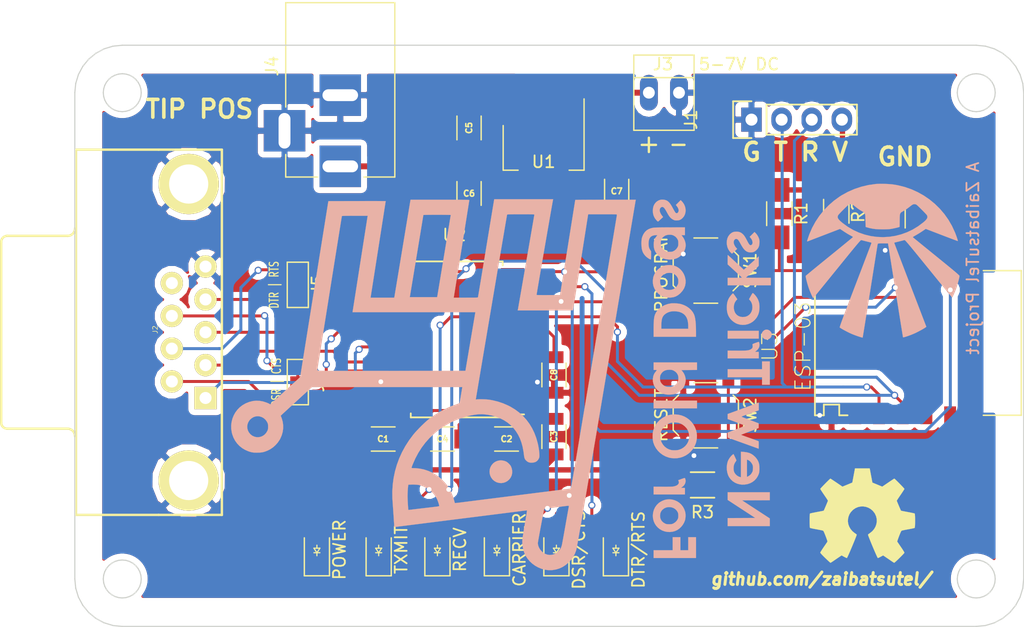
<source format=kicad_pcb>
(kicad_pcb (version 4) (host pcbnew 4.0.5+dfsg1-4)
  (layers (0 F.Cu signal) (31 B.Cu signal) (34 B.Paste user) (35 F.Paste user) (36 B.SilkS user) (37 F.SilkS user) (38 B.Mask user) (39 F.Mask user) (44 Edge.Cuts user))
  (net 0 "")
  (net 1 VCC)
  (net 2 GND)
  (net 3 "Net-(C2-Pad1)")
  (net 4 "Net-(C2-Pad2)")
  (net 5 "Net-(C3-Pad1)")
  (net 6 "Net-(C4-Pad1)")
  (net 7 "Net-(C4-Pad2)")
  (net 8 VIN)
  (net 9 "Net-(C8-Pad2)")
  (net 10 /TX)
  (net 11 /RX)
  (net 12 /DCD)
  (net 13 /RTS)
  (net 14 /DTE_DCD)
  (net 15 /DTE_RX)
  (net 16 /DTE_TX)
  (net 17 /DTE_DTR)
  (net 18 "Net-(J2-Pad9)")
  (net 19 /PROGRAM)
  (net 20 "Net-(R2-Pad2)")
  (net 21 "Net-(U3-Pad7)")
  (net 22 "Net-(U3-Pad5)")
  (net 23 "Net-(U3-Pad2)")
  (net 24 /CTS)
  (net 25 /CTL_IN)
  (net 26 /DTE_DSR)
  (net 27 /CTL_OUT)
  (net 28 /RESET)
  (module ntfod:DP8049 (layer F.Cu) (at 97 73.8)
    (fp_text reference "" (at 0 0) (layer F.SilkS))
    (fp_text value "" (at 0 0) (layer F.SilkS))
    (fp_line (start 76.7803 0.076859) (end 77.5307 0.304474) (layer Edge.Cuts) (width 0.1))
    (fp_line (start 77.5307 0.304474) (end 78.2223 0.674118) (layer Edge.Cuts) (width 0.1))
    (fp_line (start 78.2223 0.674118) (end 78.8284 1.17157) (layer Edge.Cuts) (width 0.1))
    (fp_line (start 78.8284 1.17157) (end 79.3259 1.77771) (layer Edge.Cuts) (width 0.1))
    (fp_line (start 79.3259 1.77771) (end 79.6955 2.46925) (layer Edge.Cuts) (width 0.1))
    (fp_line (start 79.6955 2.46925) (end 79.9231 3.21964) (layer Edge.Cuts) (width 0.1))
    (fp_line (start 79.9231 3.21964) (end 80 4) (layer Edge.Cuts) (width 0.1))
    (fp_line (start 80 4) (end 80 45) (layer Edge.Cuts) (width 0.1))
    (fp_line (start 80 45) (end 79.9231 45.7803) (layer Edge.Cuts) (width 0.1))
    (fp_line (start 79.9231 45.7803) (end 79.6955 46.5307) (layer Edge.Cuts) (width 0.1))
    (fp_line (start 79.6955 46.5307) (end 79.3259 47.2223) (layer Edge.Cuts) (width 0.1))
    (fp_line (start 79.3259 47.2223) (end 78.8284 47.8284) (layer Edge.Cuts) (width 0.1))
    (fp_line (start 78.8284 47.8284) (end 78.2223 48.3259) (layer Edge.Cuts) (width 0.1))
    (fp_line (start 78.2223 48.3259) (end 77.5307 48.6955) (layer Edge.Cuts) (width 0.1))
    (fp_line (start 77.5307 48.6955) (end 76.7803 48.9231) (layer Edge.Cuts) (width 0.1))
    (fp_line (start 76.7803 48.9231) (end 76 49) (layer Edge.Cuts) (width 0.1))
    (fp_line (start 76 49) (end 4 49) (layer Edge.Cuts) (width 0.1))
    (fp_line (start 4 49) (end 3.21964 48.9231) (layer Edge.Cuts) (width 0.1))
    (fp_line (start 3.21964 48.9231) (end 2.46925 48.6955) (layer Edge.Cuts) (width 0.1))
    (fp_line (start 2.46925 48.6955) (end 1.77771 48.3259) (layer Edge.Cuts) (width 0.1))
    (fp_line (start 1.77771 48.3259) (end 1.17157 47.8284) (layer Edge.Cuts) (width 0.1))
    (fp_line (start 1.17157 47.8284) (end 0.674118 47.2223) (layer Edge.Cuts) (width 0.1))
    (fp_line (start 0.674118 47.2223) (end 0.304474 46.5307) (layer Edge.Cuts) (width 0.1))
    (fp_line (start 0.304474 46.5307) (end 0.076859 45.7803) (layer Edge.Cuts) (width 0.1))
    (fp_line (start 0.076859 45.7803) (end 0 45) (layer Edge.Cuts) (width 0.1))
    (fp_line (start 0 45) (end 0 4) (layer Edge.Cuts) (width 0.1))
    (fp_line (start 0 4) (end 0.076859 3.21964) (layer Edge.Cuts) (width 0.1))
    (fp_line (start 0.076859 3.21964) (end 0.304474 2.46925) (layer Edge.Cuts) (width 0.1))
    (fp_line (start 0.304474 2.46925) (end 0.674118 1.77771) (layer Edge.Cuts) (width 0.1))
    (fp_line (start 0.674118 1.77771) (end 1.17157 1.17157) (layer Edge.Cuts) (width 0.1))
    (fp_line (start 1.17157 1.17157) (end 1.77771 0.674118) (layer Edge.Cuts) (width 0.1))
    (fp_line (start 1.77771 0.674118) (end 2.46925 0.304474) (layer Edge.Cuts) (width 0.1))
    (fp_line (start 2.46925 0.304474) (end 3.21964 0.076859) (layer Edge.Cuts) (width 0.1))
    (fp_line (start 3.21964 0.076859) (end 3.99998 0) (layer Edge.Cuts) (width 0.1))
    (fp_line (start 3.99998 0) (end 76 0) (layer Edge.Cuts) (width 0.1))
    (fp_line (start 76 0) (end 76.7803 0.076859) (layer Edge.Cuts) (width 0.1))
    (fp_line (start 3.68785 43.4307) (end 3.3877 43.5218) (layer Edge.Cuts) (width 0.1))
    (fp_line (start 3.3877 43.5218) (end 3.11108 43.6696) (layer Edge.Cuts) (width 0.1))
    (fp_line (start 3.11108 43.6696) (end 2.86862 43.8686) (layer Edge.Cuts) (width 0.1))
    (fp_line (start 2.86862 43.8686) (end 2.66965 44.1111) (layer Edge.Cuts) (width 0.1))
    (fp_line (start 2.66965 44.1111) (end 2.52179 44.3877) (layer Edge.Cuts) (width 0.1))
    (fp_line (start 2.52179 44.3877) (end 2.43074 44.6879) (layer Edge.Cuts) (width 0.1))
    (fp_line (start 2.43074 44.6879) (end 2.39999 45) (layer Edge.Cuts) (width 0.1))
    (fp_line (start 2.39999 45) (end 2.43074 45.3121) (layer Edge.Cuts) (width 0.1))
    (fp_line (start 2.43074 45.3121) (end 2.52179 45.6123) (layer Edge.Cuts) (width 0.1))
    (fp_line (start 2.52179 45.6123) (end 2.66965 45.8889) (layer Edge.Cuts) (width 0.1))
    (fp_line (start 2.66965 45.8889) (end 2.86862 46.1314) (layer Edge.Cuts) (width 0.1))
    (fp_line (start 2.86862 46.1314) (end 3.11108 46.3303) (layer Edge.Cuts) (width 0.1))
    (fp_line (start 3.11108 46.3303) (end 3.3877 46.4782) (layer Edge.Cuts) (width 0.1))
    (fp_line (start 3.3877 46.4782) (end 3.68785 46.5692) (layer Edge.Cuts) (width 0.1))
    (fp_line (start 3.68785 46.5692) (end 4 46.6) (layer Edge.Cuts) (width 0.1))
    (fp_line (start 4 46.6) (end 4.31213 46.5692) (layer Edge.Cuts) (width 0.1))
    (fp_line (start 4.31213 46.5692) (end 4.61229 46.4782) (layer Edge.Cuts) (width 0.1))
    (fp_line (start 4.61229 46.4782) (end 4.8889 46.3303) (layer Edge.Cuts) (width 0.1))
    (fp_line (start 4.8889 46.3303) (end 5.13136 46.1314) (layer Edge.Cuts) (width 0.1))
    (fp_line (start 5.13136 46.1314) (end 5.33034 45.8889) (layer Edge.Cuts) (width 0.1))
    (fp_line (start 5.33034 45.8889) (end 5.4782 45.6123) (layer Edge.Cuts) (width 0.1))
    (fp_line (start 5.4782 45.6123) (end 5.56924 45.3121) (layer Edge.Cuts) (width 0.1))
    (fp_line (start 5.56924 45.3121) (end 5.59999 45) (layer Edge.Cuts) (width 0.1))
    (fp_line (start 5.59999 45) (end 5.56924 44.6879) (layer Edge.Cuts) (width 0.1))
    (fp_line (start 5.56924 44.6879) (end 5.4782 44.3877) (layer Edge.Cuts) (width 0.1))
    (fp_line (start 5.4782 44.3877) (end 5.33034 44.1111) (layer Edge.Cuts) (width 0.1))
    (fp_line (start 5.33034 44.1111) (end 5.13136 43.8686) (layer Edge.Cuts) (width 0.1))
    (fp_line (start 5.13136 43.8686) (end 4.8889 43.6696) (layer Edge.Cuts) (width 0.1))
    (fp_line (start 4.8889 43.6696) (end 4.61229 43.5218) (layer Edge.Cuts) (width 0.1))
    (fp_line (start 4.61229 43.5218) (end 4.31213 43.4307) (layer Edge.Cuts) (width 0.1))
    (fp_line (start 4.31213 43.4307) (end 3.99998 43.4) (layer Edge.Cuts) (width 0.1))
    (fp_line (start 3.99998 43.4) (end 3.68785 43.4307) (layer Edge.Cuts) (width 0.1))
    (fp_line (start 75.6879 43.4307) (end 75.3877 43.5218) (layer Edge.Cuts) (width 0.1))
    (fp_line (start 75.3877 43.5218) (end 75.1111 43.6696) (layer Edge.Cuts) (width 0.1))
    (fp_line (start 75.1111 43.6696) (end 74.8686 43.8686) (layer Edge.Cuts) (width 0.1))
    (fp_line (start 74.8686 43.8686) (end 74.6696 44.1111) (layer Edge.Cuts) (width 0.1))
    (fp_line (start 74.6696 44.1111) (end 74.5218 44.3877) (layer Edge.Cuts) (width 0.1))
    (fp_line (start 74.5218 44.3877) (end 74.4307 44.6879) (layer Edge.Cuts) (width 0.1))
    (fp_line (start 74.4307 44.6879) (end 74.4 45) (layer Edge.Cuts) (width 0.1))
    (fp_line (start 74.4 45) (end 74.4307 45.3121) (layer Edge.Cuts) (width 0.1))
    (fp_line (start 74.4307 45.3121) (end 74.5218 45.6123) (layer Edge.Cuts) (width 0.1))
    (fp_line (start 74.5218 45.6123) (end 74.6696 45.8889) (layer Edge.Cuts) (width 0.1))
    (fp_line (start 74.6696 45.8889) (end 74.8686 46.1314) (layer Edge.Cuts) (width 0.1))
    (fp_line (start 74.8686 46.1314) (end 75.1111 46.3303) (layer Edge.Cuts) (width 0.1))
    (fp_line (start 75.1111 46.3303) (end 75.3877 46.4782) (layer Edge.Cuts) (width 0.1))
    (fp_line (start 75.3877 46.4782) (end 75.6879 46.5692) (layer Edge.Cuts) (width 0.1))
    (fp_line (start 75.6879 46.5692) (end 76 46.6) (layer Edge.Cuts) (width 0.1))
    (fp_line (start 76 46.6) (end 76.3121 46.5692) (layer Edge.Cuts) (width 0.1))
    (fp_line (start 76.3121 46.5692) (end 76.6123 46.4782) (layer Edge.Cuts) (width 0.1))
    (fp_line (start 76.6123 46.4782) (end 76.8889 46.3303) (layer Edge.Cuts) (width 0.1))
    (fp_line (start 76.8889 46.3303) (end 77.1314 46.1314) (layer Edge.Cuts) (width 0.1))
    (fp_line (start 77.1314 46.1314) (end 77.3303 45.8889) (layer Edge.Cuts) (width 0.1))
    (fp_line (start 77.3303 45.8889) (end 77.4782 45.6123) (layer Edge.Cuts) (width 0.1))
    (fp_line (start 77.4782 45.6123) (end 77.5692 45.3121) (layer Edge.Cuts) (width 0.1))
    (fp_line (start 77.5692 45.3121) (end 77.6 45) (layer Edge.Cuts) (width 0.1))
    (fp_line (start 77.6 45) (end 77.5692 44.6879) (layer Edge.Cuts) (width 0.1))
    (fp_line (start 77.5692 44.6879) (end 77.4782 44.3877) (layer Edge.Cuts) (width 0.1))
    (fp_line (start 77.4782 44.3877) (end 77.3303 44.1111) (layer Edge.Cuts) (width 0.1))
    (fp_line (start 77.3303 44.1111) (end 77.1314 43.8686) (layer Edge.Cuts) (width 0.1))
    (fp_line (start 77.1314 43.8686) (end 76.8889 43.6696) (layer Edge.Cuts) (width 0.1))
    (fp_line (start 76.8889 43.6696) (end 76.6123 43.5218) (layer Edge.Cuts) (width 0.1))
    (fp_line (start 76.6123 43.5218) (end 76.3121 43.4307) (layer Edge.Cuts) (width 0.1))
    (fp_line (start 76.3121 43.4307) (end 76 43.4) (layer Edge.Cuts) (width 0.1))
    (fp_line (start 76 43.4) (end 75.6879 43.4307) (layer Edge.Cuts) (width 0.1))
    (fp_line (start 3.68785 2.43074) (end 3.3877 2.52179) (layer Edge.Cuts) (width 0.1))
    (fp_line (start 3.3877 2.52179) (end 3.11108 2.66965) (layer Edge.Cuts) (width 0.1))
    (fp_line (start 3.11108 2.66965) (end 2.86862 2.86862) (layer Edge.Cuts) (width 0.1))
    (fp_line (start 2.86862 2.86862) (end 2.66965 3.11108) (layer Edge.Cuts) (width 0.1))
    (fp_line (start 2.66965 3.11108) (end 2.52179 3.3877) (layer Edge.Cuts) (width 0.1))
    (fp_line (start 2.52179 3.3877) (end 2.43074 3.68785) (layer Edge.Cuts) (width 0.1))
    (fp_line (start 2.43074 3.68785) (end 2.39999 4) (layer Edge.Cuts) (width 0.1))
    (fp_line (start 2.39999 4) (end 2.43074 4.31213) (layer Edge.Cuts) (width 0.1))
    (fp_line (start 2.43074 4.31213) (end 2.52179 4.61229) (layer Edge.Cuts) (width 0.1))
    (fp_line (start 2.52179 4.61229) (end 2.66965 4.8889) (layer Edge.Cuts) (width 0.1))
    (fp_line (start 2.66965 4.8889) (end 2.86862 5.13136) (layer Edge.Cuts) (width 0.1))
    (fp_line (start 2.86862 5.13136) (end 3.11108 5.33034) (layer Edge.Cuts) (width 0.1))
    (fp_line (start 3.11108 5.33034) (end 3.3877 5.4782) (layer Edge.Cuts) (width 0.1))
    (fp_line (start 3.3877 5.4782) (end 3.68785 5.56924) (layer Edge.Cuts) (width 0.1))
    (fp_line (start 3.68785 5.56924) (end 4 5.59999) (layer Edge.Cuts) (width 0.1))
    (fp_line (start 4 5.59999) (end 4.31213 5.56924) (layer Edge.Cuts) (width 0.1))
    (fp_line (start 4.31213 5.56924) (end 4.61229 5.4782) (layer Edge.Cuts) (width 0.1))
    (fp_line (start 4.61229 5.4782) (end 4.8889 5.33034) (layer Edge.Cuts) (width 0.1))
    (fp_line (start 4.8889 5.33034) (end 5.13136 5.13136) (layer Edge.Cuts) (width 0.1))
    (fp_line (start 5.13136 5.13136) (end 5.33034 4.8889) (layer Edge.Cuts) (width 0.1))
    (fp_line (start 5.33034 4.8889) (end 5.4782 4.61229) (layer Edge.Cuts) (width 0.1))
    (fp_line (start 5.4782 4.61229) (end 5.56924 4.31213) (layer Edge.Cuts) (width 0.1))
    (fp_line (start 5.56924 4.31213) (end 5.59999 4) (layer Edge.Cuts) (width 0.1))
    (fp_line (start 5.59999 4) (end 5.56924 3.68785) (layer Edge.Cuts) (width 0.1))
    (fp_line (start 5.56924 3.68785) (end 5.4782 3.3877) (layer Edge.Cuts) (width 0.1))
    (fp_line (start 5.4782 3.3877) (end 5.33034 3.11108) (layer Edge.Cuts) (width 0.1))
    (fp_line (start 5.33034 3.11108) (end 5.13136 2.86862) (layer Edge.Cuts) (width 0.1))
    (fp_line (start 5.13136 2.86862) (end 4.8889 2.66965) (layer Edge.Cuts) (width 0.1))
    (fp_line (start 4.8889 2.66965) (end 4.61229 2.52179) (layer Edge.Cuts) (width 0.1))
    (fp_line (start 4.61229 2.52179) (end 4.31213 2.43074) (layer Edge.Cuts) (width 0.1))
    (fp_line (start 4.31213 2.43074) (end 3.99998 2.39999) (layer Edge.Cuts) (width 0.1))
    (fp_line (start 3.99998 2.39999) (end 3.68785 2.43074) (layer Edge.Cuts) (width 0.1))
    (fp_line (start 75.6879 2.43074) (end 75.3877 2.52179) (layer Edge.Cuts) (width 0.1))
    (fp_line (start 75.3877 2.52179) (end 75.1111 2.66965) (layer Edge.Cuts) (width 0.1))
    (fp_line (start 75.1111 2.66965) (end 74.8686 2.86862) (layer Edge.Cuts) (width 0.1))
    (fp_line (start 74.8686 2.86862) (end 74.6696 3.11108) (layer Edge.Cuts) (width 0.1))
    (fp_line (start 74.6696 3.11108) (end 74.5218 3.3877) (layer Edge.Cuts) (width 0.1))
    (fp_line (start 74.5218 3.3877) (end 74.4307 3.68785) (layer Edge.Cuts) (width 0.1))
    (fp_line (start 74.4307 3.68785) (end 74.4 4) (layer Edge.Cuts) (width 0.1))
    (fp_line (start 74.4 4) (end 74.4307 4.31213) (layer Edge.Cuts) (width 0.1))
    (fp_line (start 74.4307 4.31213) (end 74.5218 4.61229) (layer Edge.Cuts) (width 0.1))
    (fp_line (start 74.5218 4.61229) (end 74.6696 4.8889) (layer Edge.Cuts) (width 0.1))
    (fp_line (start 74.6696 4.8889) (end 74.8686 5.13136) (layer Edge.Cuts) (width 0.1))
    (fp_line (start 74.8686 5.13136) (end 75.1111 5.33034) (layer Edge.Cuts) (width 0.1))
    (fp_line (start 75.1111 5.33034) (end 75.3877 5.4782) (layer Edge.Cuts) (width 0.1))
    (fp_line (start 75.3877 5.4782) (end 75.6879 5.56924) (layer Edge.Cuts) (width 0.1))
    (fp_line (start 75.6879 5.56924) (end 76 5.59999) (layer Edge.Cuts) (width 0.1))
    (fp_line (start 76 5.59999) (end 76.3121 5.56924) (layer Edge.Cuts) (width 0.1))
    (fp_line (start 76.3121 5.56924) (end 76.6123 5.4782) (layer Edge.Cuts) (width 0.1))
    (fp_line (start 76.6123 5.4782) (end 76.8889 5.33034) (layer Edge.Cuts) (width 0.1))
    (fp_line (start 76.8889 5.33034) (end 77.1314 5.13136) (layer Edge.Cuts) (width 0.1))
    (fp_line (start 77.1314 5.13136) (end 77.3303 4.8889) (layer Edge.Cuts) (width 0.1))
    (fp_line (start 77.3303 4.8889) (end 77.4782 4.61229) (layer Edge.Cuts) (width 0.1))
    (fp_line (start 77.4782 4.61229) (end 77.5692 4.31213) (layer Edge.Cuts) (width 0.1))
    (fp_line (start 77.5692 4.31213) (end 77.6 4) (layer Edge.Cuts) (width 0.1))
    (fp_line (start 77.6 4) (end 77.5692 3.68785) (layer Edge.Cuts) (width 0.1))
    (fp_line (start 77.5692 3.68785) (end 77.4782 3.3877) (layer Edge.Cuts) (width 0.1))
    (fp_line (start 77.4782 3.3877) (end 77.3303 3.11108) (layer Edge.Cuts) (width 0.1))
    (fp_line (start 77.3303 3.11108) (end 77.1314 2.86862) (layer Edge.Cuts) (width 0.1))
    (fp_line (start 77.1314 2.86862) (end 76.8889 2.66965) (layer Edge.Cuts) (width 0.1))
    (fp_line (start 76.8889 2.66965) (end 76.6123 2.52179) (layer Edge.Cuts) (width 0.1))
    (fp_line (start 76.6123 2.52179) (end 76.3121 2.43074) (layer Edge.Cuts) (width 0.1))
    (fp_line (start 76.3121 2.43074) (end 76 2.39999) (layer Edge.Cuts) (width 0.1))
    (fp_line (start 76 2.39999) (end 75.6879 2.43074) (layer Edge.Cuts) (width 0.1))
  )
  (module ntfod:NTFOD_LOGO_32mm (layer B.Cu) (at 132.969 102.4255)
    (fp_text reference G*** hide)
    (fp_text value LOGO hide)
  )
  (module Connectors:PINHEAD1-2 (layer F.Cu) (at 145.4 77.8)
    (fp_text reference J3 (at 1.2 -2.4) (layer F.SilkS))
    (fp_text value "5-7V DC" (at 7.6 -2.4) (layer F.SilkS))
    (pad 1 thru_hole oval (at 0 0) (size 1.51 3.01) (drill 1) (layers *.Cu *.Mask) (net 8 VIN))
    (pad 2 thru_hole oval (at 2.54 0) (size 1.51 3.01) (drill 1) (layers *.Cu *.Mask) (net 2 GND))
  )
  (module Connectors:BARREL_JACK (layer F.Cu) (at 119.38 84.0105 270)
    (fp_text reference J4 (at -8.45 5.75 450) (layer F.SilkS))
    (fp_text value Jack-DC)
    (pad 1 thru_hole rect (at 0 0 270) (size 3.5 3.5) (drill oval 1 3) (layers *.Cu *.Mask) (net 8 VIN))
    (pad 2 thru_hole rect (at -6 0 270) (size 3.5 3.5) (drill oval 1 3) (layers *.Cu *.Mask) (net 2 GND))
    (pad 3 thru_hole rect (at -3 4.7 270) (size 3.5 3.5) (drill oval 3 1) (layers *.Cu *.Mask) (net 2 GND))
  )
  (module Resistors_SMD:R_1206_HandSoldering (layer F.Cu) (at 156.4 88 270)
    (fp_text reference R1 (at 0 -1.85 270) (layer F.SilkS))
    (fp_text value 10K)
    (pad 1 smd rect (at -2 0 270) (size 2 1.7) (layers F.Cu F.Paste F.Mask) (net 1 VCC))
    (pad 2 smd rect (at 2 0 270) (size 2 1.7) (layers F.Cu F.Paste F.Mask) (net 19 /PROGRAM))
  )
  (module Resistors_SMD:R_1206_HandSoldering (layer F.Cu) (at 161.2 87.8 270)
    (fp_text reference R2 (at 0 -1.85 270) (layer F.SilkS))
    (fp_text value 10K)
    (pad 1 smd rect (at -2 0 270) (size 2 1.7) (layers F.Cu F.Paste F.Mask) (net 1 VCC))
    (pad 2 smd rect (at 2 0 270) (size 2 1.7) (layers F.Cu F.Paste F.Mask) (net 20 "Net-(R2-Pad2)"))
  )
  (module TO_SOT_Packages_SMD:SOT-223-3_TabPin2 (layer F.Cu) (at 136.525 82.423 270)
    (fp_text reference U1 (at 1.2065 0 360) (layer F.SilkS))
    (fp_text value AZ1117-3.3)
    (pad 2 smd rect (at 3.15 0 270) (size 2 3.8) (layers F.Cu F.Paste F.Mask) (net 1 VCC))
    (pad 2 smd rect (at -3.15 0 270) (size 2 1.5) (layers F.Cu F.Paste F.Mask) (net 1 VCC))
    (pad 3 smd rect (at -3.15 2.3 270) (size 2 1.5) (layers F.Cu F.Paste F.Mask) (net 8 VIN))
    (pad 1 smd rect (at -3.15 -2.3 270) (size 2 1.5) (layers F.Cu F.Paste F.Mask) (net 2 GND))
  )
  (module Housings_SOIC:SOIC-20W_7.5x12.8mm_Pitch1.27mm (layer F.Cu) (at 129.2 98.6 180)
    (fp_text reference U2 (at 0.2 8.8 180) (layer F.SilkS))
    (fp_text value TRS3386E)
    (pad 1 smd rect (at -4.7 -5.715 180) (size 1.95 0.6) (layers F.Cu F.Paste F.Mask) (net 4 "Net-(C2-Pad2)"))
    (pad 2 smd rect (at -4.7 -4.445 180) (size 1.95 0.6) (layers F.Cu F.Paste F.Mask) (net 5 "Net-(C3-Pad1)"))
    (pad 3 smd rect (at -4.7 -3.175 180) (size 1.95 0.6) (layers F.Cu F.Paste F.Mask) (net 3 "Net-(C2-Pad1)"))
    (pad 4 smd rect (at -4.7 -1.905 180) (size 1.95 0.6) (layers F.Cu F.Paste F.Mask) (net 6 "Net-(C4-Pad1)"))
    (pad 5 smd rect (at -4.7 -0.635 180) (size 1.95 0.6) (layers F.Cu F.Paste F.Mask) (net 7 "Net-(C4-Pad2)"))
    (pad 6 smd rect (at -4.7 0.635 180) (size 1.95 0.6) (layers F.Cu F.Paste F.Mask) (net 9 "Net-(C8-Pad2)"))
    (pad 7 smd rect (at -4.7 1.905 180) (size 1.95 0.6) (layers F.Cu F.Paste F.Mask) (net 10 /TX))
    (pad 8 smd rect (at -4.7 3.175 180) (size 1.95 0.6) (layers F.Cu F.Paste F.Mask) (net 12 /DCD))
    (pad 9 smd rect (at -4.7 4.445 180) (size 1.95 0.6) (layers F.Cu F.Paste F.Mask) (net 13 /RTS))
    (pad 10 smd rect (at -4.7 5.715 180) (size 1.95 0.6) (layers F.Cu F.Paste F.Mask) (net 24 /CTS))
    (pad 11 smd rect (at 4.7 5.715 180) (size 1.95 0.6) (layers F.Cu F.Paste F.Mask) (net 11 /RX))
    (pad 12 smd rect (at 4.7 4.445 180) (size 1.95 0.6) (layers F.Cu F.Paste F.Mask) (net 1 VCC))
    (pad 13 smd rect (at 4.7 3.175 180) (size 1.95 0.6) (layers F.Cu F.Paste F.Mask) (net 25 /CTL_IN))
    (pad 14 smd rect (at 4.7 1.905 180) (size 1.95 0.6) (layers F.Cu F.Paste F.Mask) (net 16 /DTE_TX))
    (pad 15 smd rect (at 4.7 0.635 180) (size 1.95 0.6) (layers F.Cu F.Paste F.Mask) (net 27 /CTL_OUT))
    (pad 16 smd rect (at 4.7 -0.635 180) (size 1.95 0.6) (layers F.Cu F.Paste F.Mask) (net 14 /DTE_DCD))
    (pad 17 smd rect (at 4.7 -1.905 180) (size 1.95 0.6) (layers F.Cu F.Paste F.Mask) (net 15 /DTE_RX))
    (pad 18 smd rect (at 4.7 -3.175 180) (size 1.95 0.6) (layers F.Cu F.Paste F.Mask) (net 2 GND))
    (pad 19 smd rect (at 4.7 -4.445 180) (size 1.95 0.6) (layers F.Cu F.Paste F.Mask) (net 1 VCC))
    (pad 20 smd rect (at 4.7 -5.715 180) (size 1.95 0.6) (layers F.Cu F.Paste F.Mask) (net 1 VCC))
  )
  (module ntfod:SW_SPST_TL3342 (layer F.Cu) (at 150.2 105 270)
    (fp_text reference SW2 (at 0 -3.75 270) (layer F.SilkS))
    (fp_text value RESET (at 0 3.75 270) (layer F.SilkS))
    (pad 1 smd rect (at -3.15 -1.9 270) (size 1.7 1) (layers F.Cu F.Paste F.Mask) (net 28 /RESET))
    (pad 1 smd rect (at 3.15 -1.9 270) (size 1.7 1) (layers F.Cu F.Paste F.Mask) (net 28 /RESET))
    (pad 2 smd rect (at -3.15 1.9 270) (size 1.7 1) (layers F.Cu F.Paste F.Mask) (net 2 GND))
    (pad 2 smd rect (at 3.15 1.9 270) (size 1.7 1) (layers F.Cu F.Paste F.Mask) (net 2 GND))
  )
  (module ntfod:SW_SPST_TL3342 (layer F.Cu) (at 150.2 92.8 270)
    (fp_text reference SW1 (at 0 -3.75 270) (layer F.SilkS))
    (fp_text value PROGRAM (at 0 3.75 270) (layer F.SilkS))
    (pad 1 smd rect (at -3.15 -1.9 270) (size 1.7 1) (layers F.Cu F.Paste F.Mask) (net 19 /PROGRAM))
    (pad 1 smd rect (at 3.15 -1.9 270) (size 1.7 1) (layers F.Cu F.Paste F.Mask) (net 19 /PROGRAM))
    (pad 2 smd rect (at -3.15 1.9 270) (size 1.7 1) (layers F.Cu F.Paste F.Mask) (net 2 GND))
    (pad 2 smd rect (at 3.15 1.9 270) (size 1.7 1) (layers F.Cu F.Paste F.Mask) (net 2 GND))
  )
  (module ntfod:D_1206 (layer F.Cu) (at 117.4115 116.332 90)
    (fp_text reference D6)
    (fp_text value POWER (at 0 1.9 90) (layer F.SilkS))
    (pad 1 smd rect (at -1.5 0 90) (size 1 1.6) (layers F.Cu F.Paste F.Mask) (net 2 GND))
    (pad 2 smd rect (at 1.5 0 90) (size 1 1.6) (layers F.Cu F.Paste F.Mask) (net 1 VCC))
  )
  (module ntfod:D_1206 (layer F.Cu) (at 142.621 116.332 90)
    (fp_text reference D5)
    (fp_text value DTR/RTS (at 0 1.9 90) (layer F.SilkS))
    (pad 1 smd rect (at -1.5 0 90) (size 1 1.6) (layers F.Cu F.Paste F.Mask) (net 2 GND))
    (pad 2 smd rect (at 1.5 0 90) (size 1 1.6) (layers F.Cu F.Paste F.Mask) (net 13 /RTS))
  )
  (module ntfod:D_1206 (layer F.Cu) (at 137.6045 116.332 90)
    (fp_text reference D4)
    (fp_text value DSR/CTS (at 0 1.9 90) (layer F.SilkS))
    (pad 1 smd rect (at -1.5 0 90) (size 1 1.6) (layers F.Cu F.Paste F.Mask) (net 2 GND))
    (pad 2 smd rect (at 1.5 0 90) (size 1 1.6) (layers F.Cu F.Paste F.Mask) (net 24 /CTS))
  )
  (module ntfod:D_1206 (layer F.Cu) (at 132.588 116.332 90)
    (fp_text reference D3)
    (fp_text value CARRIER (at 0 1.9 90) (layer F.SilkS))
    (pad 1 smd rect (at -1.5 0 90) (size 1 1.6) (layers F.Cu F.Paste F.Mask) (net 2 GND))
    (pad 2 smd rect (at 1.5 0 90) (size 1 1.6) (layers F.Cu F.Paste F.Mask) (net 12 /DCD))
  )
  (module ntfod:D_1206 (layer F.Cu) (at 127.5715 116.332 90)
    (fp_text reference D2)
    (fp_text value RECV (at 0 1.9 90) (layer F.SilkS))
    (pad 1 smd rect (at -1.5 0 90) (size 1 1.6) (layers F.Cu F.Paste F.Mask) (net 2 GND))
    (pad 2 smd rect (at 1.5 0 90) (size 1 1.6) (layers F.Cu F.Paste F.Mask) (net 11 /RX))
  )
  (module ntfod:D_1206 (layer F.Cu) (at 122.6185 116.332 90)
    (fp_text reference D1)
    (fp_text value TXMIT (at 0 1.9 90) (layer F.SilkS))
    (pad 1 smd rect (at -1.5 0 90) (size 1 1.6) (layers F.Cu F.Paste F.Mask) (net 2 GND))
    (pad 2 smd rect (at 1.5 0 90) (size 1 1.6) (layers F.Cu F.Paste F.Mask) (net 10 /TX))
  )
  (module ntfod:LOGO (layer B.Cu) (at 165.1 92.075)
    (fp_text reference G*** hide)
    (fp_text value LOGO hide)
    (fp_text user "A ZaibatsuTel Project" (at 7.62 -0.3175 270) (layer B.SilkS) (effects (justify mirror)))
  )
  (module Connectors:GS3 (layer F.Cu) (at 115.8 94 180)
    (fp_text reference J5 (at -1.7 0 270) (layer F.SilkS))
    (fp_text value GS3)
    (pad 1 smd rect (at 0 -1.27 180) (size 1.27 0.97) (layers F.Cu F.Paste F.Mask) (net 17 /DTE_DTR))
    (pad 2 smd rect (at 0 0 180) (size 1.27 0.97) (layers F.Cu F.Paste F.Mask) (net 25 /CTL_IN))
    (pad 3 smd rect (at 0 1.27 180) (size 1.27 0.97) (layers F.Cu F.Paste F.Mask) (net 25 /CTL_IN))
  )
  (module Connectors:GS3 (layer F.Cu) (at 115.8 102.2 180)
    (fp_text reference J6 (at -1.7 0 270) (layer F.SilkS))
    (fp_text value GS3)
    (pad 1 smd rect (at 0 -1.27 180) (size 1.27 0.97) (layers F.Cu F.Paste F.Mask) (net 26 /DTE_DSR))
    (pad 2 smd rect (at 0 0 180) (size 1.27 0.97) (layers F.Cu F.Paste F.Mask) (net 27 /CTL_OUT))
    (pad 3 smd rect (at 0 1.27 180) (size 1.27 0.97) (layers F.Cu F.Paste F.Mask) (net 27 /CTL_OUT))
  )
  (module Capacitors_SMD:C_1206 (layer F.Cu) (at 123 107 180)
    (fp_text reference C1 (at 0 0 180) (layer F.SilkS) (effects (font (size 0.5 0.5) (thickness 0.125))))
    (fp_text value 10uF)
    (pad 1 smd rect (at -1.5 0 180) (size 1 1.6) (layers F.Cu F.Paste F.Mask) (net 1 VCC))
    (pad 2 smd rect (at 1.5 0 180) (size 1 1.6) (layers F.Cu F.Paste F.Mask) (net 2 GND))
  )
  (module Capacitors_SMD:C_1206 (layer F.Cu) (at 133.4 107)
    (fp_text reference C2 (at 0 0) (layer F.SilkS) (effects (font (size 0.5 0.5) (thickness 0.125))))
    (fp_text value 0.1uF)
    (pad 1 smd rect (at -1.5 0) (size 1 1.6) (layers F.Cu F.Paste F.Mask) (net 3 "Net-(C2-Pad1)"))
    (pad 2 smd rect (at 1.5 0) (size 1 1.6) (layers F.Cu F.Paste F.Mask) (net 4 "Net-(C2-Pad2)"))
  )
  (module Capacitors_SMD:C_1206 (layer F.Cu) (at 137.4 106.8 270)
    (fp_text reference C3 (at 0 0 270) (layer F.SilkS) (effects (font (size 0.5 0.5) (thickness 0.125))))
    (fp_text value 0.1uF)
    (pad 1 smd rect (at -1.5 0 270) (size 1 1.6) (layers F.Cu F.Paste F.Mask) (net 5 "Net-(C3-Pad1)"))
    (pad 2 smd rect (at 1.5 0 270) (size 1 1.6) (layers F.Cu F.Paste F.Mask) (net 1 VCC))
  )
  (module Capacitors_SMD:C_1206 (layer F.Cu) (at 128 107 180)
    (fp_text reference C4 (at 0 0 180) (layer F.SilkS) (effects (font (size 0.5 0.5) (thickness 0.125))))
    (fp_text value 0.1uF)
    (pad 1 smd rect (at -1.5 0 180) (size 1 1.6) (layers F.Cu F.Paste F.Mask) (net 6 "Net-(C4-Pad1)"))
    (pad 2 smd rect (at 1.5 0 180) (size 1 1.6) (layers F.Cu F.Paste F.Mask) (net 7 "Net-(C4-Pad2)"))
  )
  (module Capacitors_SMD:C_1206 (layer F.Cu) (at 130.2385 80.772 270)
    (fp_text reference C5 (at 0 0 450) (layer F.SilkS) (effects (font (size 0.5 0.5) (thickness 0.125))))
    (fp_text value 10uF)
    (pad 1 smd rect (at -1.5 0 270) (size 1 1.6) (layers F.Cu F.Paste F.Mask) (net 8 VIN))
    (pad 2 smd rect (at 1.5 0 270) (size 1 1.6) (layers F.Cu F.Paste F.Mask) (net 2 GND))
  )
  (module Capacitors_SMD:C_1206 (layer F.Cu) (at 142.6845 86.106 90)
    (fp_text reference C7 (at 0 0 180) (layer F.SilkS) (effects (font (size 0.5 0.5) (thickness 0.125))))
    (fp_text value 10uF)
    (pad 1 smd rect (at -1.5 0 90) (size 1 1.6) (layers F.Cu F.Paste F.Mask) (net 1 VCC))
    (pad 2 smd rect (at 1.5 0 90) (size 1 1.6) (layers F.Cu F.Paste F.Mask) (net 2 GND))
  )
  (module Capacitors_SMD:C_1206 (layer F.Cu) (at 137.4 101.6 90)
    (fp_text reference C8 (at 0 0 90) (layer F.SilkS) (effects (font (size 0.5 0.5) (thickness 0.125))))
    (fp_text value 0.1uF)
    (pad 1 smd rect (at -1.5 0 90) (size 1 1.6) (layers F.Cu F.Paste F.Mask) (net 2 GND))
    (pad 2 smd rect (at 1.5 0 90) (size 1 1.6) (layers F.Cu F.Paste F.Mask) (net 9 "Net-(C8-Pad2)"))
  )
  (module Capacitors_SMD:C_1206 (layer F.Cu) (at 165.989 88.2015 270)
    (fp_text reference C9 (at 0 0 270) (layer F.SilkS) (effects (font (size 0.5 0.5) (thickness 0.125))))
    (fp_text value 10uF)
    (pad 1 smd rect (at -1.5 0 270) (size 1 1.6) (layers F.Cu F.Paste F.Mask) (net 1 VCC))
    (pad 2 smd rect (at 1.5 0 270) (size 1 1.6) (layers F.Cu F.Paste F.Mask) (net 2 GND))
  )
  (module Capacitors_SMD:C_1206 (layer F.Cu) (at 130.2385 86.2965 90)
    (fp_text reference C6 (at 0 0 180) (layer F.SilkS) (effects (font (size 0.5 0.5) (thickness 0.125))))
    (fp_text value 10uF)
    (pad 1 smd rect (at -1.5 0 90) (size 1 1.6) (layers F.Cu F.Paste F.Mask) (net 1 VCC))
    (pad 2 smd rect (at 1.5 0 90) (size 1 1.6) (layers F.Cu F.Paste F.Mask) (net 2 GND))
  )
  (module ntfod:ESP-03 (layer F.Cu) (at 173 92.8 270)
    (fp_text reference U3 (at 6.4 17.4 270) (layer F.SilkS) (effects (font (size 1.27 1.27) (thickness 0.1016))))
    (fp_text value ESP-03 (at 6.4 14.6 270) (layer F.SilkS) (effects (font (size 1.27 1.27) (thickness 0.1016))))
    (pad 7 smd rect (at 12.2 0.20194 270) (size 1.5 1) (layers F.Cu F.Paste F.Mask) (net 21 "Net-(U3-Pad7)"))
    (pad 6 smd rect (at 12.2 2.20092 270) (size 1.5 1) (layers F.Cu F.Paste F.Mask) (net 28 /RESET))
    (pad 1 smd rect (at 12.2 12.19836 270) (size 1.5 1) (layers F.Cu F.Paste F.Mask) (net 2 GND))
    (pad 14 smd rect (at 0 12.19836 270) (size 1.5 1) (layers F.Cu F.Paste F.Mask) (net 19 /PROGRAM))
    (pad 13 smd rect (at 0 10.19938 270) (size 1.5 1) (layers F.Cu F.Paste F.Mask) (net 20 "Net-(R2-Pad2)"))
    (pad 10 smd rect (at 0 4.20244 270) (size 1.5 1) (layers F.Cu F.Paste F.Mask) (net 24 /CTS))
    (pad 11 smd rect (at 0 6.19888 270) (size 1.5 1) (layers F.Cu F.Paste F.Mask) (net 12 /DCD))
    (pad 9 smd rect (at 0 2.20092 270) (size 1.5 1) (layers F.Cu F.Paste F.Mask) (net 13 /RTS))
    (pad 12 smd rect (at 0 8.19786 270) (size 1.5 1) (layers F.Cu F.Paste F.Mask) (net 2 GND))
    (pad 5 smd rect (at 12.2 4.20244 270) (size 1.5 1) (layers F.Cu F.Paste F.Mask) (net 22 "Net-(U3-Pad5)"))
    (pad 2 smd rect (at 12.2 10.19938 270) (size 1.5 1) (layers F.Cu F.Paste F.Mask) (net 23 "Net-(U3-Pad2)"))
    (pad 4 smd rect (at 12.2 6.19888 270) (size 1.5 1) (layers F.Cu F.Paste F.Mask) (net 11 /RX))
    (pad 3 smd rect (at 12.2 8.19786 270) (size 1.5 1) (layers F.Cu F.Paste F.Mask) (net 10 /TX))
    (pad 8 smd rect (at 0 0.20194 270) (size 1.5 1) (layers F.Cu F.Paste F.Mask) (net 1 VCC))
  )
  (module Resistors_SMD:R_1206_HandSoldering (layer F.Cu) (at 149.9235 110.871 180)
    (fp_text reference R3 (at 0 -2.3 180) (layer F.SilkS))
    (fp_text value 10K)
    (pad 1 smd rect (at -2 0 180) (size 2 1.7) (layers F.Cu F.Paste F.Mask) (net 28 /RESET))
    (pad 2 smd rect (at 2 0 180) (size 2 1.7) (layers F.Cu F.Paste F.Mask) (net 1 VCC))
  )
  (module Symbols:OSHW-Symbol_8.9x8mm_SilkScreen (layer F.Cu) (at 163.3855 113.4745)
    (fp_text reference REF*** hide)
    (fp_text value OSHW-Symbol_8.9x8mm_SilkScreen hide)
  )
  (module ntfod:DB9_Fem_MountingHoles (layer F.Cu) (at 106.6 98 90)
    (fp_text reference J2 (at 0.22098 -2.82194 90) (layer F.SilkS) (effects (font (size 0.4064 0.4064) (thickness 0.0508))))
    (fp_text value DB9_Female_MountingHoles hide)
    (pad 1 thru_hole rect (at -5.53974 1.41986 90) (size 1.8796 1.8796) (drill 1.016) (layers *.Cu *.Mask F.Paste F.SilkS) (net 14 /DTE_DCD))
    (pad 2 thru_hole circle (at -2.7686 1.41986 90) (size 1.8796 1.8796) (drill 1.016) (layers *.Cu *.Mask F.Paste F.SilkS) (net 15 /DTE_RX))
    (pad 3 thru_hole circle (at 0 1.41986 90) (size 1.8796 1.8796) (drill 1.016) (layers *.Cu *.Mask F.Paste F.SilkS) (net 16 /DTE_TX))
    (pad 4 thru_hole circle (at 2.7686 1.41986 90) (size 1.8796 1.8796) (drill 1.016) (layers *.Cu *.Mask F.Paste F.SilkS) (net 17 /DTE_DTR))
    (pad 5 thru_hole circle (at 5.53974 1.41986 90) (size 1.8796 1.8796) (drill 1.016) (layers *.Cu *.Mask F.Paste F.SilkS) (net 2 GND))
    (pad 6 thru_hole circle (at -4.14782 -1.41986 90) (size 1.8796 1.8796) (drill 1.016) (layers *.Cu *.Mask F.Paste F.SilkS) (net 26 /DTE_DSR))
    (pad 7 thru_hole circle (at -1.37922 -1.41986 90) (size 1.8796 1.8796) (drill 1.016) (layers *.Cu *.Mask F.Paste F.SilkS) (net 25 /CTL_IN))
    (pad 8 thru_hole circle (at 1.37922 -1.41986 90) (size 1.8796 1.8796) (drill 1.016) (layers *.Cu *.Mask F.Paste F.SilkS) (net 27 /CTL_OUT))
    (pad 9 thru_hole circle (at 4.14782 -1.41986 90) (size 1.8796 1.8796) (drill 1.016) (layers *.Cu *.Mask F.Paste F.SilkS) (net 18 "Net-(J2-Pad9)"))
    (pad 0 thru_hole circle (at -12.49934 0 90) (size 5.08 5.08) (drill 3.302) (layers *.Cu *.Mask F.Paste F.SilkS) (net 2 GND))
    (pad 0 thru_hole circle (at 12.49934 0 90) (size 5.08 5.08) (drill 3.302) (layers *.Cu *.Mask F.Paste F.SilkS) (net 2 GND))
  )
  (module Pin_Headers:Pin_Header_Straight_1x04 (layer F.Cu) (at 154.051 80.0735 90)
    (fp_text reference J1 (at 0 -5.1 90) (layer F.SilkS))
    (fp_text value CONN_01X04 hide)
    (pad 1 thru_hole rect (at 0 0 90) (size 2.032 1.7272) (drill 1.016) (layers *.Cu *.Mask) (net 2 GND))
    (pad 2 thru_hole oval (at 0 2.54 90) (size 2.032 1.7272) (drill 1.016) (layers *.Cu *.Mask) (net 10 /TX))
    (pad 3 thru_hole oval (at 0 5.08 90) (size 2.032 1.7272) (drill 1.016) (layers *.Cu *.Mask) (net 11 /RX))
    (pad 4 thru_hole oval (at 0 7.62 90) (size 2.032 1.7272) (drill 1.016) (layers *.Cu *.Mask) (net 1 VCC))
  )
  (gr_text "G T R V" (at 157.734 82.804) (layer F.SilkS) (effects (font (size 1.5 1.5) (thickness 0.3))))
  (gr_text github.com/zaibatsutel/ (at 159.9565 118.8085) (layer F.SilkS) (effects (font (size 1 1) (thickness 0.25) italic)))
  (gr_text "TIP POS" (at 107.5055 79.1845) (layer F.SilkS) (effects (font (size 1.5 1.5) (thickness 0.3))))
  (gr_line (start 147.4 82.2) (end 148.4 82.2) (angle 90) (layer F.SilkS) (width 0.2))
  (gr_line (start 144.8 82.2) (end 146 82.2) (angle 90) (layer F.SilkS) (width 0.2))
  (gr_line (start 145.4 81.6) (end 145.4 82.8) (angle 90) (layer F.SilkS) (width 0.2))
  (gr_text "DTR | RTS" (at 113.8 94 90) (layer F.SilkS) (effects (font (size 0.75 0.5) (thickness 0.1))))
  (gr_text "DSR | CTS" (at 114 102.2 90) (layer F.SilkS) (effects (font (size 0.75 0.5) (thickness 0.1))))
  (gr_text GND (at 167 83.2) (layer F.SilkS) (effects (font (size 1.5 1.5) (thickness 0.3))))
  (segment (start 161.2 83.656) (end 161.2 85.8) (width 0.45) (layer F.Cu) (net 1))
  (segment (start 165.989 86.7015) (end 172.0455 86.7015) (width 0.45) (layer F.Cu) (net 1))
  (segment (start 172.79806 87.45406) (end 172.79806 92.8) (width 0.45) (layer F.Cu) (net 1))
  (segment (start 172.0455 86.7015) (end 172.79806 87.45406) (width 0.45) (layer F.Cu) (net 1))
  (segment (start 130.2385 87.7965) (end 124.357 87.7965) (width 0.45) (layer F.Cu) (net 1))
  (segment (start 122.7935 94.155) (end 124.5 94.155) (width 0.45) (layer F.Cu) (net 1))
  (segment (start 121.9835 93.345) (end 122.7935 94.155) (width 0.45) (layer F.Cu) (net 1))
  (segment (start 121.9835 90.17) (end 121.9835 93.345) (width 0.45) (layer F.Cu) (net 1))
  (segment (start 124.357 87.7965) (end 121.9835 90.17) (width 0.45) (layer F.Cu) (net 1))
  (segment (start 136.525 85.573) (end 139.294 85.573) (width 0.45) (layer F.Cu) (net 1))
  (segment (start 141.327 87.606) (end 142.6845 87.606) (width 0.45) (layer F.Cu) (net 1))
  (segment (start 139.294 85.573) (end 141.327 87.606) (width 0.45) (layer F.Cu) (net 1))
  (segment (start 130.2385 87.7965) (end 131.596 87.7965) (width 0.45) (layer F.Cu) (net 1))
  (segment (start 133.8195 85.573) (end 136.525 85.573) (width 0.45) (layer F.Cu) (net 1))
  (segment (start 131.596 87.7965) (end 133.8195 85.573) (width 0.45) (layer F.Cu) (net 1))
  (segment (start 136.525 79.273) (end 136.525 85.573) (width 0.45) (layer F.Cu) (net 1))
  (segment (start 117.4 114.8205) (end 117.4 113.2) (width 0.45) (layer F.Cu) (net 1))
  (segment (start 124.2 108.8) (end 124.19954 108.8) (width 0.45) (layer F.Cu) (net 1))
  (segment (start 124.2 110.4) (end 124.2 108.8) (width 0.45) (layer F.Cu) (net 1))
  (segment (start 123.4 111.2) (end 124.2 110.4) (width 0.45) (layer F.Cu) (net 1))
  (segment (start 119.4 111.2) (end 123.4 111.2) (width 0.45) (layer F.Cu) (net 1))
  (segment (start 117.4 113.2) (end 119.4 111.2) (width 0.45) (layer F.Cu) (net 1))
  (segment (start 117.4 114.8205) (end 117.4115 114.832) (width 0.45) (layer F.Cu) (net 1))
  (segment (start 136.271 109.6) (end 146.6525 109.6) (width 0.45) (layer F.Cu) (net 1))
  (segment (start 146.6525 109.6) (end 147.9235 110.871) (width 0.45) (layer F.Cu) (net 1))
  (segment (start 124.5 94.155) (end 125.3835 94.155) (width 0.4) (layer F.Cu) (net 1))
  (segment (start 125.7835 103.045) (end 124.5 103.045) (width 0.45) (layer F.Cu) (net 1))
  (segment (start 126.4285 102.4) (end 125.7835 103.045) (width 0.4) (layer F.Cu) (net 1))
  (segment (start 126.4285 95.2) (end 126.4285 102.4) (width 0.4) (layer F.Cu) (net 1))
  (segment (start 125.3835 94.155) (end 126.4285 95.2) (width 0.4) (layer F.Cu) (net 1))
  (segment (start 161.2 85.8) (end 164.6 85.8) (width 0.45) (layer F.Cu) (net 1))
  (segment (start 164.6 85.8) (end 165.4 86.6) (width 0.4) (layer F.Cu) (net 1))
  (segment (start 156.4 86) (end 161 86) (width 0.45) (layer F.Cu) (net 1))
  (segment (start 161 86) (end 161.2 85.8) (width 0.4) (layer F.Cu) (net 1))
  (segment (start 142.6 87.79954) (end 146.00046 87.79954) (width 0.45) (layer F.Cu) (net 1))
  (segment (start 147.8 86) (end 156.4 86) (width 0.45) (layer F.Cu) (net 1))
  (segment (start 146.00046 87.79954) (end 147.8 86) (width 0.4) (layer F.Cu) (net 1))
  (segment (start 124.6 109.6) (end 136.271 109.6) (width 0.45) (layer F.Cu) (net 1))
  (segment (start 124.19954 108.8) (end 124.19954 109.19954) (width 0.45) (layer F.Cu) (net 1))
  (segment (start 124.19954 109.19954) (end 124.6 109.6) (width 0.45) (layer F.Cu) (net 1))
  (segment (start 136.271 109.6) (end 136.4 109.6) (width 0.4) (layer F.Cu) (net 1))
  (segment (start 136.4 109.6) (end 137.4 108.6) (width 0.4) (layer F.Cu) (net 1))
  (segment (start 124.19954 107) (end 124.19954 108.8) (width 0.4) (layer F.Cu) (net 1))
  (segment (start 124.5 104.315) (end 124.5 106.69954) (width 0.45) (layer F.Cu) (net 1))
  (segment (start 124.5 106.69954) (end 124.19954 107) (width 0.4) (layer F.Cu) (net 1))
  (segment (start 124.5 103.045) (end 124.5 104.315) (width 0.45) (layer F.Cu) (net 1))
  (segment (start 156.6 85.8) (end 156.4 86) (width 0.25) (layer F.Cu) (net 1))
  (segment (start 124.5 106.69954) (end 124.19954 107) (width 0.25) (layer F.Cu) (net 1))
  (segment (start 161.72 80.6) (end 161.72 83.136) (width 0.45) (layer F.Cu) (net 1))
  (segment (start 161.72 83.136) (end 161.2 83.656) (width 0.45) (layer F.Cu) (net 1))
  (segment (start 161.72 79.72) (end 161.72 80.6) (width 0.5) (layer F.Cu) (net 1))
  (via (at 122.8 102.1715) (size 0.6) (drill 0.4) (layers F.Cu B.Cu) (net 2))
  (segment (start 122.8 102.1715) (end 122.809 102.1715) (width 0.25) (layer B.Cu) (net 2))
  (via (at 165.32225 91.09075) (size 0.6) (drill 0.4) (layers F.Cu B.Cu) (net 2))
  (segment (start 165.32225 91.09075) (end 165.354 91.059) (width 0.25) (layer B.Cu) (net 2))
  (segment (start 164.80214 92.8) (end 164.80214 91.61086) (width 0.25) (layer F.Cu) (net 2))
  (segment (start 165.989 90.424) (end 165.989 89.7015) (width 0.25) (layer F.Cu) (net 2))
  (segment (start 164.80214 91.61086) (end 165.32225 91.09075) (width 0.25) (layer F.Cu) (net 2))
  (segment (start 165.32225 91.09075) (end 165.989 90.424) (width 0.25) (layer F.Cu) (net 2))
  (segment (start 139.225 78.873) (end 138.825 79.273) (width 0.25) (layer F.Cu) (net 2))
  (segment (start 138.875 79.223) (end 138.825 79.273) (width 0.25) (layer F.Cu) (net 2))
  (segment (start 124.5 101.775) (end 123.025 101.775) (width 0.25) (layer F.Cu) (net 2))
  (segment (start 122.8 102) (end 122.8 102.1715) (width 0.25) (layer F.Cu) (net 2))
  (segment (start 122.8 102.1715) (end 122.8 102.2) (width 0.25) (layer F.Cu) (net 2))
  (segment (start 123.025 101.775) (end 122.8 102) (width 0.25) (layer F.Cu) (net 2))
  (segment (start 137.4 102.99954) (end 136.79954 102.99954) (width 0.25) (layer F.Cu) (net 2))
  (segment (start 136.79954 102.99954) (end 136 102.2) (width 0.25) (layer F.Cu) (net 2))
  (via (at 136 102.2) (size 0.6) (drill 0.4) (layers F.Cu B.Cu) (net 2))
  (via (at 148.3 91.4) (size 0.6) (drill 0.4) (layers F.Cu B.Cu) (net 2))
  (segment (start 148.3 91.4) (end 148.4 91.4) (width 0.25) (layer B.Cu) (net 2))
  (segment (start 148.3 108.15) (end 148.95 108.15) (width 0.25) (layer F.Cu) (net 2))
  (via (at 149.2 108.4) (size 0.6) (drill 0.4) (layers F.Cu B.Cu) (net 2))
  (segment (start 148.95 108.15) (end 149.2 108.4) (width 0.25) (layer F.Cu) (net 2))
  (via (at 159.8 105) (size 0.6) (drill 0.4) (layers F.Cu B.Cu) (net 2))
  (segment (start 160.80164 105) (end 159.8 105) (width 0.25) (layer F.Cu) (net 2))
  (segment (start 148.3 107.5) (end 148.3 108.15) (width 0.25) (layer F.Cu) (net 2))
  (segment (start 148.3 96.7) (end 148.3 95.95) (width 0.25) (layer F.Cu) (net 2))
  (segment (start 148.3 95.95) (end 148.3 91.4) (width 0.25) (layer F.Cu) (net 2))
  (segment (start 148.3 91.4) (end 148.3 89.65) (width 0.25) (layer F.Cu) (net 2))
  (segment (start 148.394 77.346) (end 147.94 77.8) (width 0.25) (layer F.Cu) (net 2))
  (segment (start 139.12454 78.97346) (end 138.825 79.273) (width 0.25) (layer F.Cu) (net 2))
  (segment (start 133.9 101.775) (end 132.025 101.775) (width 0.25) (layer F.Cu) (net 3))
  (segment (start 131.6 102.2) (end 131.6 106.59954) (width 0.25) (layer F.Cu) (net 3))
  (segment (start 132.025 101.775) (end 131.6 102.2) (width 0.25) (layer F.Cu) (net 3))
  (segment (start 131.6 106.59954) (end 132.00046 107) (width 0.25) (layer F.Cu) (net 3))
  (segment (start 133.9 104.315) (end 133.9 106.10046) (width 0.25) (layer F.Cu) (net 4))
  (segment (start 133.9 106.10046) (end 134.79954 107) (width 0.25) (layer F.Cu) (net 4))
  (segment (start 133.9 103.045) (end 135.045 103.045) (width 0.25) (layer F.Cu) (net 5))
  (segment (start 135.80046 105.40046) (end 137.4 105.40046) (width 0.25) (layer F.Cu) (net 5))
  (segment (start 135.4 105) (end 135.80046 105.40046) (width 0.25) (layer F.Cu) (net 5))
  (segment (start 135.4 103.4) (end 135.4 105) (width 0.25) (layer F.Cu) (net 5))
  (segment (start 135.045 103.045) (end 135.4 103.4) (width 0.25) (layer F.Cu) (net 5))
  (segment (start 133.945 103) (end 133.9 103.045) (width 0.25) (layer F.Cu) (net 5))
  (segment (start 129.39954 107) (end 129.39954 105.80046) (width 0.25) (layer F.Cu) (net 6))
  (segment (start 130.6 105) (end 130.6 102.2) (width 0.25) (layer F.Cu) (net 6))
  (segment (start 130.2 105.4) (end 130.6 105) (width 0.25) (layer F.Cu) (net 6))
  (segment (start 129.8 105.4) (end 130.2 105.4) (width 0.25) (layer F.Cu) (net 6))
  (segment (start 129.39954 105.80046) (end 129.8 105.4) (width 0.25) (layer F.Cu) (net 6))
  (segment (start 133.9 100.505) (end 132.295 100.505) (width 0.25) (layer F.Cu) (net 6))
  (segment (start 132.295 100.505) (end 130.6 102.2) (width 0.25) (layer F.Cu) (net 6))
  (segment (start 129.39954 107) (end 129.39954 106.40046) (width 0.25) (layer F.Cu) (net 6))
  (segment (start 126.60046 105.6) (end 126.60046 105.19954) (width 0.25) (layer F.Cu) (net 7))
  (segment (start 129.8 104) (end 129.8 101) (width 0.25) (layer F.Cu) (net 7))
  (segment (start 129.2 104.6) (end 129.8 104) (width 0.25) (layer F.Cu) (net 7))
  (segment (start 127.2 104.6) (end 129.2 104.6) (width 0.25) (layer F.Cu) (net 7))
  (segment (start 126.60046 105.19954) (end 127.2 104.6) (width 0.25) (layer F.Cu) (net 7))
  (segment (start 133.9 99.235) (end 131.565 99.235) (width 0.25) (layer F.Cu) (net 7))
  (segment (start 131.565 99.235) (end 129.8 101) (width 0.25) (layer F.Cu) (net 7))
  (segment (start 126.60046 105.6) (end 126.60046 107) (width 0.25) (layer F.Cu) (net 7))
  (segment (start 126.60046 106.19954) (end 126.60046 107) (width 0.25) (layer F.Cu) (net 7))
  (segment (start 119.38 84.0105) (end 122.8725 84.0105) (width 0.5) (layer F.Cu) (net 8))
  (segment (start 127.611 79.272) (end 130.2385 79.272) (width 0.5) (layer F.Cu) (net 8))
  (segment (start 122.8725 84.0105) (end 127.611 79.272) (width 0.5) (layer F.Cu) (net 8))
  (segment (start 145.4 77.8) (end 142.951 77.8) (width 0.5) (layer F.Cu) (net 8))
  (segment (start 134.225 77.4205) (end 134.225 79.273) (width 0.5) (layer F.Cu) (net 8))
  (segment (start 135.001 76.6445) (end 134.225 77.4205) (width 0.5) (layer F.Cu) (net 8))
  (segment (start 141.7955 76.6445) (end 135.001 76.6445) (width 0.5) (layer F.Cu) (net 8))
  (segment (start 142.951 77.8) (end 141.7955 76.6445) (width 0.5) (layer F.Cu) (net 8))
  (segment (start 130.2385 79.272) (end 134.224 79.272) (width 0.5) (layer F.Cu) (net 8))
  (segment (start 134.224 79.272) (end 134.225 79.273) (width 0.5) (layer F.Cu) (net 8))
  (segment (start 145.4 77.8) (end 145.4 76.8) (width 0.5) (layer F.Cu) (net 8))
  (segment (start 134.225 79.273) (end 133.675 79.273) (width 0.5) (layer F.Cu) (net 8))
  (segment (start 145.1 77.5) (end 145.4 77.8) (width 0.5) (layer F.Cu) (net 8))
  (segment (start 145.1 77.5) (end 145.4 77.8) (width 0.25) (layer F.Cu) (net 8))
  (segment (start 145.3 77.7) (end 145.4 77.8) (width 0.25) (layer F.Cu) (net 8))
  (segment (start 133.9 97.965) (end 136.965 97.965) (width 0.25) (layer F.Cu) (net 9))
  (segment (start 137.4 98.4) (end 137.4 100.20046) (width 0.25) (layer F.Cu) (net 9))
  (segment (start 136.965 97.965) (end 137.4 98.4) (width 0.25) (layer F.Cu) (net 9))
  (segment (start 133.935 98) (end 133.9 97.965) (width 0.25) (layer F.Cu) (net 9))
  (segment (start 164.80214 105) (end 164.80214 103.27064) (width 0.25) (layer F.Cu) (net 10))
  (segment (start 164.80214 103.27064) (end 164.1475 102.616) (width 0.25) (layer F.Cu) (net 10))
  (segment (start 164.1475 102.616) (end 163.7665 102.616) (width 0.25) (layer F.Cu) (net 10))
  (via (at 163.7665 102.616) (size 0.6) (drill 0.4) (layers F.Cu B.Cu) (net 10))
  (segment (start 142.3035 97.0915) (end 142.3035 97.1035) (width 0.25) (layer F.Cu) (net 10))
  (segment (start 141.895 96.695) (end 142.3035 97.1035) (width 0.25) (layer F.Cu) (net 10))
  (segment (start 133.9 96.695) (end 141.895 96.695) (width 0.25) (layer F.Cu) (net 10))
  (segment (start 142.748 97.536) (end 142.3035 97.0915) (width 0.25) (layer F.Cu) (net 10))
  (segment (start 163.7665 102.616) (end 161.798 102.616) (width 0.25) (layer B.Cu) (net 10))
  (segment (start 122.6185 114.832) (end 122.6185 113.8555) (width 0.25) (layer F.Cu) (net 10))
  (segment (start 127.8 110.2) (end 127.8 97.4) (width 0.25) (layer B.Cu) (net 10))
  (segment (start 127.8 110.325) (end 127.8 110.2) (width 0.25) (layer B.Cu) (net 10))
  (segment (start 126.873 111.252) (end 127.8 110.325) (width 0.25) (layer B.Cu) (net 10))
  (via (at 126.873 111.252) (size 0.6) (drill 0.4) (layers F.Cu B.Cu) (net 10))
  (segment (start 125.1585 112.9665) (end 126.873 111.252) (width 0.25) (layer F.Cu) (net 10))
  (segment (start 123.5075 112.9665) (end 125.1585 112.9665) (width 0.25) (layer F.Cu) (net 10))
  (segment (start 122.6185 113.8555) (end 123.5075 112.9665) (width 0.25) (layer F.Cu) (net 10))
  (segment (start 133.9 96.695) (end 128.705 96.695) (width 0.25) (layer F.Cu) (net 10))
  (via (at 127.8 97.4) (size 0.6) (drill 0.4) (layers F.Cu B.Cu) (net 10))
  (segment (start 128 97.4) (end 127.8 97.4) (width 0.25) (layer F.Cu) (net 10))
  (segment (start 128.705 96.695) (end 128 97.4) (width 0.25) (layer F.Cu) (net 10))
  (segment (start 127.8 97.4) (end 127.8 97.6) (width 0.25) (layer B.Cu) (net 10))
  (segment (start 127.8 97.6) (end 127.8 97.4) (width 0.25) (layer B.Cu) (net 10))
  (segment (start 123.2 114.6) (end 123.4 114.6) (width 0.25) (layer F.Cu) (net 10))
  (segment (start 122.6 115.2) (end 123.2 114.6) (width 0.25) (layer F.Cu) (net 10))
  (segment (start 142.748 97.9805) (end 142.748 97.548) (width 0.25) (layer F.Cu) (net 10))
  (segment (start 142.748 97.548) (end 142.748 97.536) (width 0.25) (layer F.Cu) (net 10))
  (segment (start 161.798 102.616) (end 156.972 102.616) (width 0.25) (layer B.Cu) (net 10))
  (segment (start 156.972 102.616) (end 144.907 102.616) (width 0.25) (layer B.Cu) (net 10))
  (segment (start 144.907 102.616) (end 142.748 100.457) (width 0.25) (layer B.Cu) (net 10))
  (segment (start 142.748 100.457) (end 142.748 97.9805) (width 0.25) (layer B.Cu) (net 10))
  (via (at 142.748 97.9805) (size 0.6) (drill 0.4) (layers F.Cu B.Cu) (net 10))
  (segment (start 156.64 102.284) (end 156.972 102.616) (width 0.25) (layer B.Cu) (net 10))
  (segment (start 156.64 91.059) (end 156.64 102.284) (width 0.25) (layer B.Cu) (net 10))
  (segment (start 156.64 80.6) (end 156.64 91.059) (width 0.25) (layer B.Cu) (net 10))
  (segment (start 124.5 92.885) (end 129.746 92.885) (width 0.25) (layer F.Cu) (net 11))
  (via (at 129.9845 92.6465) (size 0.6) (drill 0.4) (layers F.Cu B.Cu) (net 11))
  (segment (start 129.746 92.885) (end 129.9845 92.6465) (width 0.25) (layer F.Cu) (net 11))
  (segment (start 129.9845 92.6465) (end 129.969 92.631) (width 0.25) (layer B.Cu) (net 11))
  (segment (start 129.969 92.631) (end 129.9845 92.6465) (width 0.25) (layer B.Cu) (net 11))
  (segment (start 129.9845 92.6465) (end 129.9845 92.6155) (width 0.25) (layer B.Cu) (net 11))
  (segment (start 166.116 103.3145) (end 164.592 101.7905) (width 0.25) (layer B.Cu) (net 11))
  (segment (start 166.116 103.3145) (end 144.5895 103.3145) (width 0.25) (layer B.Cu) (net 11))
  (segment (start 139.2 92) (end 130.6 92) (width 0.25) (layer B.Cu) (net 11))
  (segment (start 141.8 94.6) (end 139.2 92) (width 0.25) (layer B.Cu) (net 11))
  (segment (start 141.8 97.2) (end 141.8 94.6) (width 0.25) (layer B.Cu) (net 11))
  (segment (start 130.6 92) (end 129.9845 92.6155) (width 0.25) (layer B.Cu) (net 11))
  (segment (start 129.9845 92.6155) (end 129.4 93.2) (width 0.25) (layer B.Cu) (net 11))
  (segment (start 144.5895 103.3145) (end 141.8 100.525) (width 0.25) (layer B.Cu) (net 11))
  (segment (start 141.8 100.525) (end 141.8 97.2) (width 0.25) (layer B.Cu) (net 11))
  (segment (start 166.80112 105) (end 166.80112 103.99962) (width 0.25) (layer F.Cu) (net 11))
  (segment (start 166.80112 103.99962) (end 166.116 103.3145) (width 0.25) (layer F.Cu) (net 11))
  (via (at 166.116 103.3145) (size 0.6) (drill 0.4) (layers F.Cu B.Cu) (net 11))
  (segment (start 127.5715 114.832) (end 127.5715 112.2045) (width 0.25) (layer F.Cu) (net 11))
  (segment (start 128.778 93.822) (end 129.4 93.2) (width 0.25) (layer B.Cu) (net 11))
  (segment (start 128.778 110.998) (end 128.778 93.822) (width 0.25) (layer B.Cu) (net 11))
  (segment (start 128.524 111.252) (end 128.778 110.998) (width 0.25) (layer B.Cu) (net 11))
  (via (at 128.524 111.252) (size 0.6) (drill 0.4) (layers F.Cu B.Cu) (net 11))
  (segment (start 127.5715 112.2045) (end 128.524 111.252) (width 0.25) (layer F.Cu) (net 11))
  (segment (start 124.615 93) (end 124.5 92.885) (width 0.25) (layer F.Cu) (net 11))
  (segment (start 124.5 92.885) (end 125.6 92.885) (width 0.25) (layer F.Cu) (net 11))
  (segment (start 125.6 92.885) (end 125.725 92.885) (width 0.25) (layer F.Cu) (net 11))
  (segment (start 164.592 101.7905) (end 158.3055 101.7905) (width 0.25) (layer B.Cu) (net 11))
  (segment (start 158.3055 101.7905) (end 157.6705 101.1555) (width 0.25) (layer B.Cu) (net 11))
  (segment (start 157.6705 101.1555) (end 157.6705 81.8555) (width 0.25) (layer B.Cu) (net 11))
  (segment (start 157.6705 81.8555) (end 159.18 80.346) (width 0.25) (layer B.Cu) (net 11))
  (segment (start 140.6525 95.425) (end 143.1135 95.425) (width 0.25) (layer F.Cu) (net 12))
  (segment (start 156.718 97.7265) (end 156.7815 97.7265) (width 0.25) (layer F.Cu) (net 12))
  (segment (start 155.7655 98.679) (end 156.718 97.7265) (width 0.25) (layer F.Cu) (net 12))
  (segment (start 146.3675 98.679) (end 155.7655 98.679) (width 0.25) (layer F.Cu) (net 12))
  (segment (start 143.1135 95.425) (end 146.3675 98.679) (width 0.25) (layer F.Cu) (net 12))
  (segment (start 166.80112 92.8) (end 166.80112 93.61238) (width 0.25) (layer F.Cu) (net 12))
  (segment (start 166.80112 93.61238) (end 166.1795 94.234) (width 0.25) (layer F.Cu) (net 12))
  (via (at 166.1795 94.234) (size 0.6) (drill 0.4) (layers F.Cu B.Cu) (net 12))
  (segment (start 166.1795 94.234) (end 164.5285 95.885) (width 0.25) (layer B.Cu) (net 12))
  (segment (start 164.5285 95.885) (end 158.623 95.885) (width 0.25) (layer B.Cu) (net 12))
  (via (at 158.623 95.885) (size 0.6) (drill 0.4) (layers F.Cu B.Cu) (net 12))
  (segment (start 158.623 95.885) (end 156.7815 97.7265) (width 0.25) (layer F.Cu) (net 12))
  (segment (start 137.6 95.425) (end 140.6525 95.425) (width 0.25) (layer F.Cu) (net 12))
  (segment (start 132.588 114.832) (end 132.588 113.9825) (width 0.25) (layer F.Cu) (net 12))
  (segment (start 137.6045 110.744) (end 137.6 110.744) (width 0.25) (layer B.Cu) (net 12))
  (segment (start 137.6 110.7485) (end 137.6045 110.744) (width 0.25) (layer B.Cu) (net 12))
  (segment (start 137.6 112.082) (end 137.6 110.7485) (width 0.25) (layer B.Cu) (net 12))
  (segment (start 136.8425 112.8395) (end 137.6 112.082) (width 0.25) (layer B.Cu) (net 12))
  (via (at 136.8425 112.8395) (size 0.6) (drill 0.4) (layers F.Cu B.Cu) (net 12))
  (segment (start 136.3345 113.3475) (end 136.8425 112.8395) (width 0.25) (layer F.Cu) (net 12))
  (segment (start 133.223 113.3475) (end 136.3345 113.3475) (width 0.25) (layer F.Cu) (net 12))
  (segment (start 132.588 113.9825) (end 133.223 113.3475) (width 0.25) (layer F.Cu) (net 12))
  (segment (start 137.6 95.425) (end 137.975 95.425) (width 0.25) (layer F.Cu) (net 12))
  (segment (start 137.6 95.8) (end 137.6 110.744) (width 0.25) (layer B.Cu) (net 12))
  (segment (start 138 95.4) (end 137.6 95.8) (width 0.25) (layer B.Cu) (net 12))
  (via (at 138 95.4) (size 0.6) (drill 0.4) (layers F.Cu B.Cu) (net 12))
  (segment (start 137.975 95.425) (end 138 95.4) (width 0.25) (layer F.Cu) (net 12))
  (segment (start 133.9 95.425) (end 137.6 95.425) (width 0.25) (layer F.Cu) (net 12))
  (segment (start 170.815 94.4245) (end 170.815 104.267) (width 0.25) (layer B.Cu) (net 13))
  (segment (start 168.7195 106.3625) (end 166.1795 106.3625) (width 0.25) (layer B.Cu) (net 13))
  (segment (start 170.815 104.267) (end 168.7195 106.3625) (width 0.25) (layer B.Cu) (net 13))
  (segment (start 170.79908 92.8) (end 170.79908 94.40858) (width 0.25) (layer F.Cu) (net 13))
  (segment (start 141.2875 106.3625) (end 140.6 105.675) (width 0.25) (layer B.Cu) (net 13))
  (segment (start 166.1795 106.3625) (end 141.2875 106.3625) (width 0.25) (layer B.Cu) (net 13))
  (via (at 170.815 94.4245) (size 0.6) (drill 0.4) (layers F.Cu B.Cu) (net 13))
  (segment (start 170.79908 94.40858) (end 170.815 94.4245) (width 0.25) (layer F.Cu) (net 13))
  (segment (start 142.621 114.832) (end 141.4385 114.832) (width 0.25) (layer F.Cu) (net 13))
  (via (at 140.589 112.5855) (size 0.6) (drill 0.4) (layers F.Cu B.Cu) (net 13))
  (segment (start 140.589 113.9825) (end 140.589 112.5855) (width 0.25) (layer F.Cu) (net 13))
  (segment (start 141.4385 114.832) (end 140.589 113.9825) (width 0.25) (layer F.Cu) (net 13))
  (segment (start 140.589 112.5855) (end 140.6 112.5855) (width 0.25) (layer B.Cu) (net 13))
  (segment (start 140.6 112.5855) (end 140.589 112.5855) (width 0.25) (layer B.Cu) (net 13))
  (segment (start 140.589 112.5855) (end 140.6 112.5855) (width 0.25) (layer B.Cu) (net 13))
  (via (at 140 94.155) (size 0.6) (drill 0.4) (layers F.Cu B.Cu) (net 13))
  (segment (start 140.6 94.755) (end 140 94.155) (width 0.25) (layer B.Cu) (net 13))
  (segment (start 140.6 94.755) (end 140.6 105.675) (width 0.25) (layer B.Cu) (net 13))
  (segment (start 140.6 105.675) (end 140.6 112.5855) (width 0.25) (layer B.Cu) (net 13))
  (segment (start 133.9 94.155) (end 140 94.155) (width 0.25) (layer F.Cu) (net 13))
  (segment (start 108.01986 103.53974) (end 109.3246 102.235) (width 0.25) (layer B.Cu) (net 14))
  (segment (start 121.1735 99.235) (end 124.5 99.235) (width 0.25) (layer F.Cu) (net 14))
  (segment (start 120.9675 99.441) (end 121.1735 99.235) (width 0.25) (layer F.Cu) (net 14))
  (via (at 120.9675 99.441) (size 0.6) (drill 0.4) (layers F.Cu B.Cu) (net 14))
  (segment (start 120.65 99.7585) (end 120.9675 99.441) (width 0.25) (layer B.Cu) (net 14))
  (segment (start 120.65 101.6635) (end 120.65 99.7585) (width 0.25) (layer B.Cu) (net 14))
  (segment (start 120.0785 102.235) (end 120.65 101.6635) (width 0.25) (layer B.Cu) (net 14))
  (segment (start 109.3246 102.235) (end 120.0785 102.235) (width 0.25) (layer B.Cu) (net 14))
  (segment (start 108.01986 100.7686) (end 109.4314 100.7686) (width 0.25) (layer F.Cu) (net 15))
  (segment (start 119.705 100.505) (end 124.5 100.505) (width 0.25) (layer F.Cu) (net 15))
  (segment (start 118.8 99.6) (end 119.705 100.505) (width 0.25) (layer F.Cu) (net 15))
  (segment (start 110.6 99.6) (end 118.8 99.6) (width 0.25) (layer F.Cu) (net 15))
  (segment (start 109.4314 100.7686) (end 110.6 99.6) (width 0.25) (layer F.Cu) (net 15))
  (segment (start 108.01986 98) (end 117.8 98) (width 0.25) (layer F.Cu) (net 16))
  (segment (start 119.105 96.695) (end 124.5 96.695) (width 0.25) (layer F.Cu) (net 16))
  (segment (start 117.8 98) (end 119.105 96.695) (width 0.25) (layer F.Cu) (net 16))
  (segment (start 108.01986 95.2314) (end 115.7614 95.2314) (width 0.25) (layer F.Cu) (net 17))
  (segment (start 115.7614 95.2314) (end 115.8 95.27) (width 0.25) (layer F.Cu) (net 17))
  (segment (start 108.22626 95.025) (end 108.01986 95.2314) (width 0.25) (layer F.Cu) (net 17))
  (segment (start 156.4 90) (end 156.4 92.8) (width 0.25) (layer F.Cu) (net 19))
  (segment (start 160.80164 92.8) (end 156.4 92.8) (width 0.25) (layer F.Cu) (net 19))
  (segment (start 156.4 92.8) (end 152.1 92.8) (width 0.25) (layer F.Cu) (net 19))
  (segment (start 152.1 92.8) (end 152.2 92.8) (width 0.25) (layer F.Cu) (net 19))
  (segment (start 152.2 92.8) (end 152.1 92.8) (width 0.25) (layer F.Cu) (net 19))
  (segment (start 152.1 89.65) (end 152.1 92.8) (width 0.25) (layer F.Cu) (net 19))
  (segment (start 152.1 92.8) (end 152.1 95.95) (width 0.25) (layer F.Cu) (net 19))
  (segment (start 152.4 95.65) (end 152.1 95.95) (width 0.25) (layer F.Cu) (net 19))
  (segment (start 156.4 90) (end 155.8 90) (width 0.25) (layer F.Cu) (net 19))
  (segment (start 160.8 92.79836) (end 160.80164 92.8) (width 0.25) (layer F.Cu) (net 19))
  (segment (start 152.2 96.05) (end 152.1 95.95) (width 0.25) (layer F.Cu) (net 19))
  (segment (start 161.2 89.8) (end 162.2 89.8) (width 0.25) (layer F.Cu) (net 20))
  (segment (start 162.80062 90.40062) (end 162.80062 92.8) (width 0.25) (layer F.Cu) (net 20))
  (segment (start 162.2 89.8) (end 162.80062 90.40062) (width 0.25) (layer F.Cu) (net 20))
  (segment (start 158.1785 95.0595) (end 157.6705 95.0595) (width 0.25) (layer F.Cu) (net 24))
  (segment (start 141.9225 92.9005) (end 138.303 92.9005) (width 0.25) (layer F.Cu) (net 24))
  (segment (start 146.7485 97.7265) (end 141.9225 92.9005) (width 0.25) (layer F.Cu) (net 24))
  (segment (start 155.0035 97.7265) (end 146.7485 97.7265) (width 0.25) (layer F.Cu) (net 24))
  (segment (start 157.6705 95.0595) (end 155.0035 97.7265) (width 0.25) (layer F.Cu) (net 24))
  (segment (start 167.8305 95.0595) (end 168.79756 94.09244) (width 0.25) (layer F.Cu) (net 24))
  (segment (start 158.1785 95.0595) (end 167.8305 95.0595) (width 0.25) (layer F.Cu) (net 24))
  (segment (start 137.6045 114.832) (end 137.6045 113.284) (width 0.25) (layer F.Cu) (net 24))
  (segment (start 137.6045 113.284) (end 138.684 112.2045) (width 0.25) (layer F.Cu) (net 24))
  (segment (start 138.684 112.2045) (end 138.684 111.76) (width 0.25) (layer F.Cu) (net 24))
  (via (at 138.684 111.76) (size 0.6) (drill 0.4) (layers F.Cu B.Cu) (net 24))
  (segment (start 138.684 111.76) (end 138.938 111.506) (width 0.25) (layer B.Cu) (net 24))
  (segment (start 138.938 111.506) (end 138.938 93.7895) (width 0.25) (layer B.Cu) (net 24))
  (segment (start 138.938 93.7895) (end 138.303 93.1545) (width 0.25) (layer B.Cu) (net 24))
  (segment (start 138.303 93.1545) (end 138.303 92.9005) (width 0.25) (layer B.Cu) (net 24))
  (via (at 138.303 92.9005) (size 0.6) (drill 0.4) (layers F.Cu B.Cu) (net 24))
  (segment (start 138.1125 92.9005) (end 138.1125 92.885) (width 0.25) (layer F.Cu) (net 24))
  (segment (start 138.303 92.9005) (end 138.2875 92.885) (width 0.25) (layer F.Cu) (net 24))
  (segment (start 138.2875 92.885) (end 138.128 92.885) (width 0.25) (layer F.Cu) (net 24))
  (segment (start 138.128 92.885) (end 138.1125 92.9005) (width 0.25) (layer F.Cu) (net 24))
  (segment (start 133.9 92.885) (end 138.1125 92.885) (width 0.25) (layer F.Cu) (net 24))
  (segment (start 168.79756 94.09244) (end 168.79756 92.8) (width 0.25) (layer F.Cu) (net 24))
  (segment (start 109.1565 99.37922) (end 109.42078 99.37922) (width 0.25) (layer B.Cu) (net 25))
  (segment (start 109.42078 99.37922) (end 110.998 97.802) (width 0.25) (layer B.Cu) (net 25))
  (segment (start 110.998 94.234) (end 112.4585 92.7735) (width 0.25) (layer B.Cu) (net 25))
  (segment (start 110.998 97.802) (end 110.998 94.234) (width 0.25) (layer B.Cu) (net 25))
  (segment (start 105.18014 99.37922) (end 109.1565 99.37922) (width 0.25) (layer B.Cu) (net 25))
  (segment (start 112.502 92.73) (end 115.8 92.73) (width 0.25) (layer F.Cu) (net 25))
  (segment (start 112.4585 92.7735) (end 112.502 92.73) (width 0.25) (layer F.Cu) (net 25))
  (via (at 112.4585 92.7735) (size 0.6) (drill 0.4) (layers F.Cu B.Cu) (net 25))
  (segment (start 115.8 92.73) (end 115.8 94) (width 0.25) (layer F.Cu) (net 25))
  (segment (start 115.8 94) (end 117.8 94) (width 0.25) (layer F.Cu) (net 25))
  (segment (start 117.8 94) (end 119.225 95.425) (width 0.25) (layer F.Cu) (net 25))
  (segment (start 119.225 95.425) (end 124.5 95.425) (width 0.25) (layer F.Cu) (net 25))
  (segment (start 105.18014 99.37922) (end 105.18014 99.21986) (width 0.25) (layer B.Cu) (net 25))
  (segment (start 105.18014 102.14782) (end 111.65218 102.14782) (width 0.25) (layer F.Cu) (net 26))
  (segment (start 112.97436 103.47) (end 115.8 103.47) (width 0.25) (layer F.Cu) (net 26))
  (segment (start 111.65218 102.14782) (end 112.97436 103.47) (width 0.25) (layer F.Cu) (net 26))
  (via (at 118.2 100.711) (size 0.6) (drill 0.4) (layers F.Cu B.Cu) (net 27))
  (segment (start 117.348 102.2) (end 118.2 101.348) (width 0.25) (layer F.Cu) (net 27))
  (segment (start 118.2 101.348) (end 118.2 100.711) (width 0.25) (layer F.Cu) (net 27))
  (segment (start 122.7455 97.965) (end 119.205 97.965) (width 0.25) (layer F.Cu) (net 27))
  (segment (start 124.5 97.965) (end 122.7455 97.965) (width 0.25) (layer F.Cu) (net 27))
  (segment (start 119.205 97.965) (end 118.618 98.552) (width 0.25) (layer F.Cu) (net 27))
  (via (at 118.618 98.552) (size 0.6) (drill 0.4) (layers F.Cu B.Cu) (net 27))
  (segment (start 118.618 98.552) (end 118.2 98.97) (width 0.25) (layer B.Cu) (net 27))
  (segment (start 118.2 98.97) (end 118.2 100.711) (width 0.25) (layer B.Cu) (net 27))
  (segment (start 105.18014 96.62078) (end 112.97922 96.62078) (width 0.25) (layer F.Cu) (net 27))
  (segment (start 112.97922 96.62078) (end 113 96.6) (width 0.25) (layer F.Cu) (net 27))
  (segment (start 113.2 98.2) (end 113.2 96.8) (width 0.25) (layer B.Cu) (net 27))
  (segment (start 113 96.6) (end 112.97922 96.62078) (width 0.25) (layer F.Cu) (net 27))
  (via (at 113 96.6) (size 0.6) (drill 0.4) (layers F.Cu B.Cu) (net 27))
  (segment (start 113.2 96.8) (end 113 96.6) (width 0.25) (layer B.Cu) (net 27))
  (segment (start 114 100.93) (end 113.73 100.93) (width 0.25) (layer F.Cu) (net 27))
  (via (at 113.2 100.4) (size 0.6) (drill 0.4) (layers F.Cu B.Cu) (net 27))
  (segment (start 113.73 100.93) (end 113.2 100.4) (width 0.25) (layer F.Cu) (net 27))
  (segment (start 113.2 98.2) (end 113.2 100.4) (width 0.25) (layer B.Cu) (net 27))
  (segment (start 114 100.93) (end 115.8 100.93) (width 0.25) (layer F.Cu) (net 27))
  (segment (start 115.8 100.93) (end 115.8 102.2) (width 0.25) (layer F.Cu) (net 27))
  (segment (start 117.348 102.2) (end 115.8 102.2) (width 0.25) (layer F.Cu) (net 27))
  (segment (start 105.18014 96.62078) (end 104.37922 96.62078) (width 0.25) (layer F.Cu) (net 27))
  (segment (start 152.1 101.85) (end 152.1 108.15) (width 0.25) (layer F.Cu) (net 28))
  (segment (start 152.1 108.15) (end 169.726 108.15) (width 0.25) (layer F.Cu) (net 28))
  (segment (start 169.726 108.15) (end 170.79908 107.07692) (width 0.25) (layer F.Cu) (net 28))
  (segment (start 170.79908 107.07692) (end 170.79908 105) (width 0.25) (layer F.Cu) (net 28))
  (segment (start 151.9235 110.871) (end 151.9235 108.3265) (width 0.25) (layer F.Cu) (net 28))
  (segment (start 151.9235 108.3265) (end 152.1 108.15) (width 0.25) (layer F.Cu) (net 28))
  (segment (start 151.9235 110.871) (end 151.9235 111.665) (width 0.25) (layer F.Cu) (net 28))
  (segment (start 152.45 102.2) (end 152.1 101.85) (width 0.25) (layer F.Cu) (net 28))
  (zone (net 2) (net_name GND) (layer F.Cu) (connect_pads (clearance 0.508)) (min_thickness 0.254) (fill yes (arc_segments 16) (thermal_gap 0.508) (thermal_bridge_width 0.508))
    (polygon (pts (xy 174.625 120.396) (xy 99.314 120.396) (xy 99.314 76.2) (xy 174.625 76.2) (xy 174.625 92.7735) (xy 159.385 92.7735) (xy 159.3215 104.9655) (xy 174.625 104.9655)))
  )
  (zone (net 2) (net_name GND) (layer B.Cu) (connect_pads (clearance 0.5)) (min_thickness 0.4) (fill yes (arc_segments 16) (thermal_gap 0.508) (thermal_bridge_width 0.508) (smoothing chamfer))
    (polygon (pts (xy 174.625 120.396) (xy 99.314 120.396) (xy 99.314 76.2) (xy 174.625 76.2) (xy 174.625 92.964) (xy 173.609 92.964) (xy 173.609 104.775) (xy 174.625 104.775)))
  )
)
</source>
